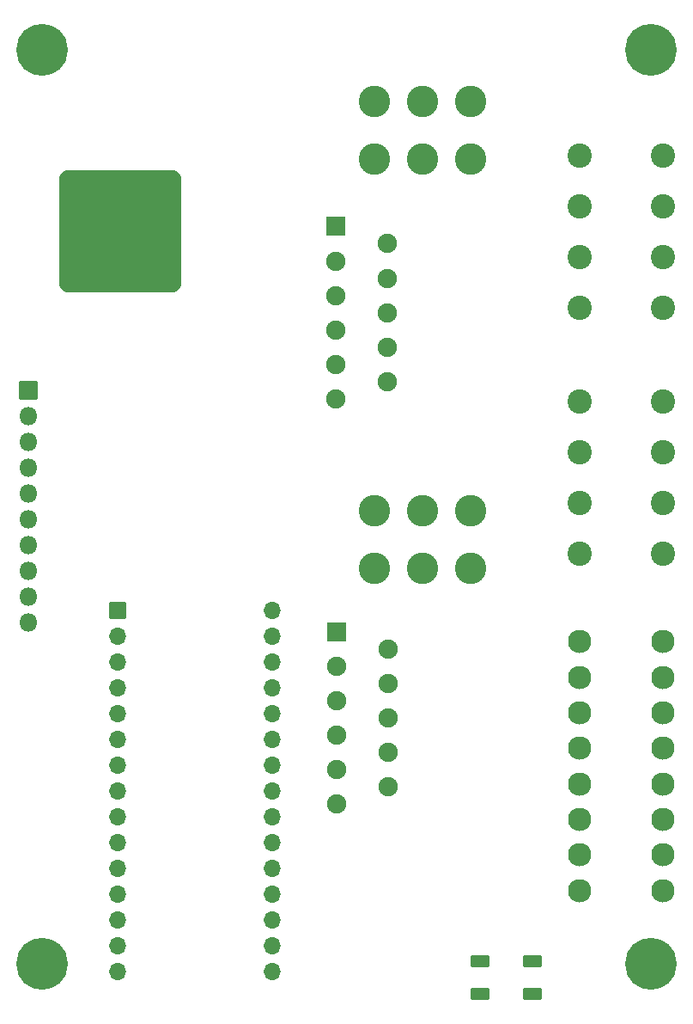
<source format=gbr>
%TF.GenerationSoftware,KiCad,Pcbnew,7.0.9*%
%TF.CreationDate,2024-02-10T00:09:35-05:00*%
%TF.ProjectId,BREAD_Slice,42524541-445f-4536-9c69-63652e6b6963,rev?*%
%TF.SameCoordinates,PX74eba40PY8552dc0*%
%TF.FileFunction,Soldermask,Top*%
%TF.FilePolarity,Negative*%
%FSLAX46Y46*%
G04 Gerber Fmt 4.6, Leading zero omitted, Abs format (unit mm)*
G04 Created by KiCad (PCBNEW 7.0.9) date 2024-02-10 00:09:35*
%MOMM*%
%LPD*%
G01*
G04 APERTURE LIST*
G04 Aperture macros list*
%AMRoundRect*
0 Rectangle with rounded corners*
0 $1 Rounding radius*
0 $2 $3 $4 $5 $6 $7 $8 $9 X,Y pos of 4 corners*
0 Add a 4 corners polygon primitive as box body*
4,1,4,$2,$3,$4,$5,$6,$7,$8,$9,$2,$3,0*
0 Add four circle primitives for the rounded corners*
1,1,$1+$1,$2,$3*
1,1,$1+$1,$4,$5*
1,1,$1+$1,$6,$7*
1,1,$1+$1,$8,$9*
0 Add four rect primitives between the rounded corners*
20,1,$1+$1,$2,$3,$4,$5,0*
20,1,$1+$1,$4,$5,$6,$7,0*
20,1,$1+$1,$6,$7,$8,$9,0*
20,1,$1+$1,$8,$9,$2,$3,0*%
G04 Aperture macros list end*
%ADD10C,2.400000*%
%ADD11RoundRect,1.050000X-5.000000X-5.000000X5.000000X-5.000000X5.000000X5.000000X-5.000000X5.000000X0*%
%ADD12RoundRect,0.101600X-0.825500X-0.500000X0.825500X-0.500000X0.825500X0.500000X-0.825500X0.500000X0*%
%ADD13C,5.100000*%
%ADD14RoundRect,0.050000X-0.800000X-0.800000X0.800000X-0.800000X0.800000X0.800000X-0.800000X0.800000X0*%
%ADD15O,1.700000X1.700000*%
%ADD16RoundRect,0.050000X-0.850000X-0.850000X0.850000X-0.850000X0.850000X0.850000X-0.850000X0.850000X0*%
%ADD17O,1.800000X1.800000*%
%ADD18RoundRect,0.050000X-0.900000X0.900000X-0.900000X-0.900000X0.900000X-0.900000X0.900000X0.900000X0*%
%ADD19O,1.900000X1.900000*%
%ADD20C,2.300000*%
%ADD21C,3.100000*%
G04 APERTURE END LIST*
D10*
%TO.C,J11*%
X58000000Y69600000D03*
X66200000Y69600000D03*
%TD*%
%TO.C,J17*%
X58000000Y45400000D03*
X66200000Y45400000D03*
%TD*%
D11*
%TO.C,HS1*%
X12700000Y77100000D03*
%TD*%
D12*
%TO.C,D2*%
X48123000Y5267231D03*
X48123000Y2067231D03*
X53277000Y2067231D03*
X53277000Y5267231D03*
%TD*%
D13*
%TO.C,H1*%
X5000000Y95000000D03*
%TD*%
%TO.C,H2*%
X65000000Y95000000D03*
%TD*%
%TO.C,H3*%
X5000000Y5000000D03*
%TD*%
%TO.C,H4*%
X65000000Y5000000D03*
%TD*%
D14*
%TO.C,A1*%
X12400000Y39800000D03*
D15*
X12400000Y37260000D03*
X12400000Y34720000D03*
X12400000Y32180000D03*
X12400000Y29640000D03*
X12400000Y27100000D03*
X12400000Y24560000D03*
X12400000Y22020000D03*
X12400000Y19480000D03*
X12400000Y16940000D03*
X12400000Y14400000D03*
X12400000Y11860000D03*
X12400000Y9320000D03*
X12400000Y6780000D03*
X12400000Y4240000D03*
X27640000Y4240000D03*
X27640000Y6780000D03*
X27640000Y9320000D03*
X27640000Y11860000D03*
X27640000Y14400000D03*
X27640000Y16940000D03*
X27640000Y19480000D03*
X27640000Y22020000D03*
X27640000Y24560000D03*
X27640000Y27100000D03*
X27640000Y29640000D03*
X27640000Y32180000D03*
X27640000Y34720000D03*
X27640000Y37260000D03*
X27640000Y39800000D03*
%TD*%
D16*
%TO.C,J1*%
X3600000Y61450000D03*
D17*
X3600000Y58910000D03*
X3600000Y56370000D03*
X3600000Y53830000D03*
X3600000Y51290000D03*
X3600000Y48750000D03*
X3600000Y46210000D03*
X3600000Y43670000D03*
X3600000Y41130000D03*
X3600000Y38590000D03*
%TD*%
D18*
%TO.C,U3*%
X34000000Y37700000D03*
D19*
X39080000Y36000000D03*
X34000000Y34300000D03*
X39080000Y32600000D03*
X34000000Y30900000D03*
X39080000Y29200000D03*
X34000000Y27500000D03*
X39080000Y25800000D03*
X34000000Y24100000D03*
X39080000Y22400000D03*
X34000000Y20700000D03*
%TD*%
D10*
%TO.C,J13*%
X58000000Y79600000D03*
X66200000Y79600000D03*
%TD*%
D18*
%TO.C,U1*%
X33965000Y77600000D03*
D19*
X39045000Y75900000D03*
X33965000Y74200000D03*
X39045000Y72500000D03*
X33965000Y70800000D03*
X39045000Y69100000D03*
X33965000Y67400000D03*
X39045000Y65700000D03*
X33965000Y64000000D03*
X39045000Y62300000D03*
X33965000Y60600000D03*
%TD*%
D10*
%TO.C,J14*%
X58000000Y60400000D03*
X66200000Y60400000D03*
%TD*%
%TO.C,J12*%
X58000000Y84600000D03*
X66200000Y84600000D03*
%TD*%
D20*
%TO.C,J8*%
X58000000Y29700000D03*
X66200000Y29700000D03*
%TD*%
%TO.C,J4*%
X58000000Y15700000D03*
X66200000Y15700000D03*
%TD*%
%TO.C,J3*%
X58000000Y19200000D03*
X66200000Y19200000D03*
%TD*%
D21*
%TO.C,SW2*%
X37700000Y43900000D03*
X37700000Y49600000D03*
X42450000Y43900000D03*
X42450000Y49600000D03*
X47200000Y43900000D03*
X47200000Y49600000D03*
%TD*%
D20*
%TO.C,J2*%
X58000000Y22700000D03*
X66200000Y22700000D03*
%TD*%
%TO.C,J6*%
X58000000Y36700000D03*
X66200000Y36700000D03*
%TD*%
D10*
%TO.C,J15*%
X58000000Y55400000D03*
X66200000Y55400000D03*
%TD*%
%TO.C,J10*%
X58000000Y74600000D03*
X66200000Y74600000D03*
%TD*%
%TO.C,J16*%
X58000000Y50400000D03*
X66200000Y50400000D03*
%TD*%
D20*
%TO.C,J9*%
X58000000Y26200000D03*
X66200000Y26200000D03*
%TD*%
%TO.C,J7*%
X58000000Y33200000D03*
X66200000Y33200000D03*
%TD*%
%TO.C,J5*%
X58000000Y12200000D03*
X66200000Y12200000D03*
%TD*%
D21*
%TO.C,SW1*%
X37700000Y84200000D03*
X37700000Y89900000D03*
X42450000Y84200000D03*
X42450000Y89900000D03*
X47200000Y84200000D03*
X47200000Y89900000D03*
%TD*%
M02*

</source>
